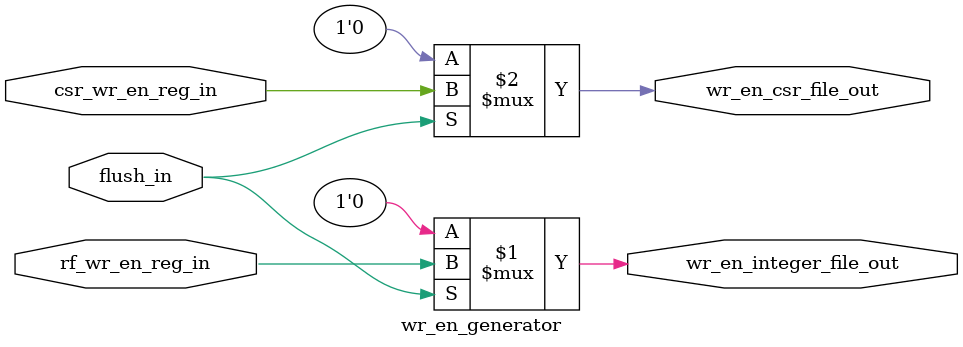
<source format=v>
`timescale 1ns / 1ps


module wr_en_generator(
input flush_in, rf_wr_en_reg_in, csr_wr_en_reg_in,
output wr_en_integer_file_out, wr_en_csr_file_out
    );
    
     
    
    assign wr_en_integer_file_out = flush_in?rf_wr_en_reg_in: 1'b0 ;
    assign wr_en_csr_file_out   =  flush_in?csr_wr_en_reg_in: 1'b0 ;
    
    
endmodule

</source>
